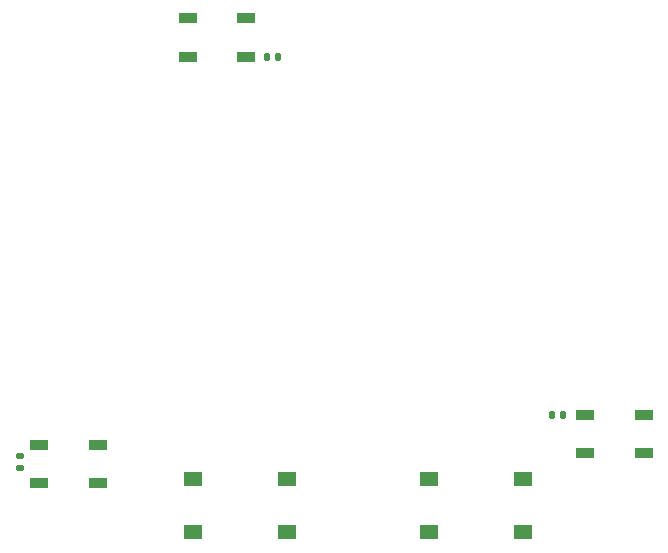
<source format=gbr>
G04 #@! TF.GenerationSoftware,KiCad,Pcbnew,(7.0.0-0)*
G04 #@! TF.CreationDate,2023-03-03T19:29:23-06:00*
G04 #@! TF.ProjectId,RP2040_minimal,52503230-3430-45f6-9d69-6e696d616c2e,REV1*
G04 #@! TF.SameCoordinates,Original*
G04 #@! TF.FileFunction,Paste,Top*
G04 #@! TF.FilePolarity,Positive*
%FSLAX46Y46*%
G04 Gerber Fmt 4.6, Leading zero omitted, Abs format (unit mm)*
G04 Created by KiCad (PCBNEW (7.0.0-0)) date 2023-03-03 19:29:23*
%MOMM*%
%LPD*%
G01*
G04 APERTURE LIST*
G04 Aperture macros list*
%AMRoundRect*
0 Rectangle with rounded corners*
0 $1 Rounding radius*
0 $2 $3 $4 $5 $6 $7 $8 $9 X,Y pos of 4 corners*
0 Add a 4 corners polygon primitive as box body*
4,1,4,$2,$3,$4,$5,$6,$7,$8,$9,$2,$3,0*
0 Add four circle primitives for the rounded corners*
1,1,$1+$1,$2,$3*
1,1,$1+$1,$4,$5*
1,1,$1+$1,$6,$7*
1,1,$1+$1,$8,$9*
0 Add four rect primitives between the rounded corners*
20,1,$1+$1,$2,$3,$4,$5,0*
20,1,$1+$1,$4,$5,$6,$7,0*
20,1,$1+$1,$6,$7,$8,$9,0*
20,1,$1+$1,$8,$9,$2,$3,0*%
G04 Aperture macros list end*
%ADD10R,1.500000X0.900000*%
%ADD11RoundRect,0.140000X-0.140000X-0.170000X0.140000X-0.170000X0.140000X0.170000X-0.140000X0.170000X0*%
%ADD12R,1.550000X1.300000*%
%ADD13R,1.501140X0.899160*%
%ADD14RoundRect,0.140000X0.140000X0.170000X-0.140000X0.170000X-0.140000X-0.170000X0.140000X-0.170000X0*%
%ADD15RoundRect,0.140000X-0.170000X0.140000X-0.170000X-0.140000X0.170000X-0.140000X0.170000X0.140000X0*%
G04 APERTURE END LIST*
D10*
X90509999Y-82039999D03*
X90509999Y-78739999D03*
X85609999Y-78739999D03*
X85609999Y-82039999D03*
D11*
X92290000Y-82040000D03*
X93250000Y-82040000D03*
D12*
X86024999Y-117749999D03*
X93974999Y-117749999D03*
X86024999Y-122249999D03*
X93974999Y-122249999D03*
X106024999Y-117749999D03*
X113974999Y-117749999D03*
X106024999Y-122249999D03*
X113974999Y-122249999D03*
D13*
X119200639Y-112309799D03*
X119200639Y-115510199D03*
X124199359Y-115510199D03*
X124199359Y-112309799D03*
X73009999Y-114899599D03*
X73009999Y-118099999D03*
X78008719Y-118099999D03*
X78008719Y-114899599D03*
D14*
X117380000Y-112320000D03*
X116420000Y-112320000D03*
D15*
X71369360Y-115839800D03*
X71369360Y-116799800D03*
M02*

</source>
